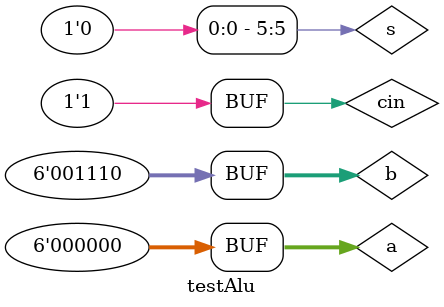
<source format=v>

module fa (output s, output cout, input a, input b, input cin);
   wire w1,w2,w3,w4;
       xor xor1 (w1,a,b);
       xor xor2 (s,c,w1);
       and and1 (w3,a,b);
       and and2 (w4,c,w1);
         or or1 (cout, w3,w4);

endmodule


module fullAdder (output [4:0] s,
                     output cout,
                   input [5:0] a,
                   input [5:0] b,
                   input carryIn);

     reg cin;
     wire w1,w2,w3,w4,w5,w6,w7,w8;

     fa fa1(s[0],w1,a[0],b[0],cin);
     fa fa2(s[1],w2,a[1],b[1],w1);
     fa fa3(s[2],w3,a[2],b[2],w2);
     fa fa4(s[3],w4,a[3],b[3],w3);
     fa fa5(s[4],w5,a[4],b[4],w4);
     fa fa6(cout,w6,a[5],b[5],w5);


endmodule

module testAlu;
  reg [5:0] a;
  reg [5:0] b;
  reg cin;
  wire [5:0] s;
  wire cout;

  fullAdder fa (s,cout,a,b,cin);

  initial begin
   a=6'b000000; b=6'b000000; cin = 1'b0;   
  end

  initial begin
    $display("Teste ALU - Eduardo Botelho");
    $display("s   cout   a   b    cin");
    $monitor("%b %b %b %b %b",s,cout,a,b,cin);

    #1 a=6'b000001;
    #1 a=6'b000011; b=6'b000001;
    #1 a=6'b000000; b=6'b001110;
    #1 cin = 1'b1;

  end
endmodule
</source>
